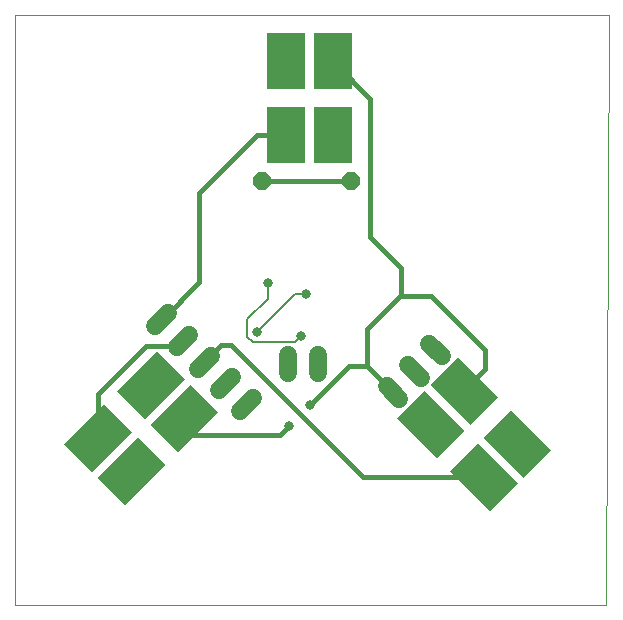
<source format=gbl>
G75*
%MOIN*%
%OFA0B0*%
%FSLAX24Y24*%
%IPPOS*%
%LPD*%
%AMOC8*
5,1,8,0,0,1.08239X$1,22.5*
%
%ADD10C,0.0000*%
%ADD11C,0.0600*%
%ADD12OC8,0.0600*%
%ADD13R,0.1299X0.1890*%
%ADD14C,0.0317*%
%ADD15C,0.0080*%
%ADD16C,0.0160*%
D10*
X000112Y000100D02*
X000100Y019777D01*
X019899Y019789D01*
X019797Y000100D01*
X000112Y000100D01*
D11*
X006907Y007281D02*
X007331Y007705D01*
X006624Y008412D02*
X006200Y007988D01*
X005493Y008695D02*
X005917Y009119D01*
X005210Y009826D02*
X004785Y009402D01*
X007614Y006574D02*
X008038Y006998D01*
X009212Y007850D02*
X009212Y008450D01*
X010212Y008450D02*
X010212Y007850D01*
X012493Y007405D02*
X012917Y006981D01*
X013624Y007688D02*
X013200Y008112D01*
X013907Y008819D02*
X014331Y008395D01*
D12*
X011312Y014240D03*
X008322Y014230D03*
D13*
X009124Y015760D03*
X010699Y015760D03*
X010699Y018240D03*
X009124Y018240D03*
G36*
X004841Y008561D02*
X005759Y007643D01*
X004423Y006307D01*
X003505Y007225D01*
X004841Y008561D01*
G37*
G36*
X005955Y007447D02*
X006873Y006529D01*
X005537Y005193D01*
X004619Y006111D01*
X005955Y007447D01*
G37*
G36*
X004201Y005693D02*
X005119Y004775D01*
X003783Y003439D01*
X002865Y004357D01*
X004201Y005693D01*
G37*
G36*
X003087Y006807D02*
X004005Y005889D01*
X002669Y004553D01*
X001751Y005471D01*
X003087Y006807D01*
G37*
G36*
X012851Y006329D02*
X013769Y007247D01*
X015105Y005911D01*
X014187Y004993D01*
X012851Y006329D01*
G37*
G36*
X013965Y007443D02*
X014883Y008361D01*
X016219Y007025D01*
X015301Y006107D01*
X013965Y007443D01*
G37*
G36*
X015719Y005689D02*
X016637Y006607D01*
X017973Y005271D01*
X017055Y004353D01*
X015719Y005689D01*
G37*
G36*
X014605Y004575D02*
X015523Y005493D01*
X016859Y004157D01*
X015941Y003239D01*
X014605Y004575D01*
G37*
D14*
X009922Y006770D03*
X009242Y006080D03*
X009632Y009070D03*
X009802Y010490D03*
X008522Y010830D03*
X008162Y009200D03*
D15*
X009452Y010490D01*
X009802Y010490D01*
X008522Y010300D02*
X008522Y010830D01*
X008522Y010300D02*
X007852Y009630D01*
X007852Y009050D01*
X008042Y008860D01*
X009422Y008860D01*
X009632Y009070D01*
D16*
X011222Y008080D02*
X009922Y006780D01*
X009922Y006770D01*
X009242Y006080D02*
X008952Y005790D01*
X005772Y005790D01*
X005746Y005816D01*
X005746Y006320D01*
X006412Y008200D02*
X006412Y008210D01*
X006972Y008770D01*
X007292Y008770D01*
X011696Y004366D01*
X015732Y004366D01*
X015092Y007234D02*
X015092Y007300D01*
X015762Y007970D01*
X015762Y008610D01*
X013972Y010400D01*
X012962Y010400D01*
X012982Y010420D01*
X012982Y011350D01*
X011952Y012380D01*
X011952Y016980D01*
X010699Y018233D01*
X010699Y018240D01*
X009114Y015770D02*
X009124Y015760D01*
X009114Y015770D02*
X008182Y015770D01*
X006252Y013840D01*
X006252Y010870D01*
X004998Y009616D01*
X004998Y009614D01*
X005705Y008907D02*
X005548Y008750D01*
X004472Y008750D01*
X002878Y007156D01*
X002878Y005680D01*
X011222Y008080D02*
X011818Y008080D01*
X011832Y008066D01*
X011832Y009300D01*
X012932Y010400D01*
X012962Y010400D01*
X011832Y008066D02*
X012705Y007193D01*
X011312Y014240D02*
X008322Y014230D01*
M02*

</source>
